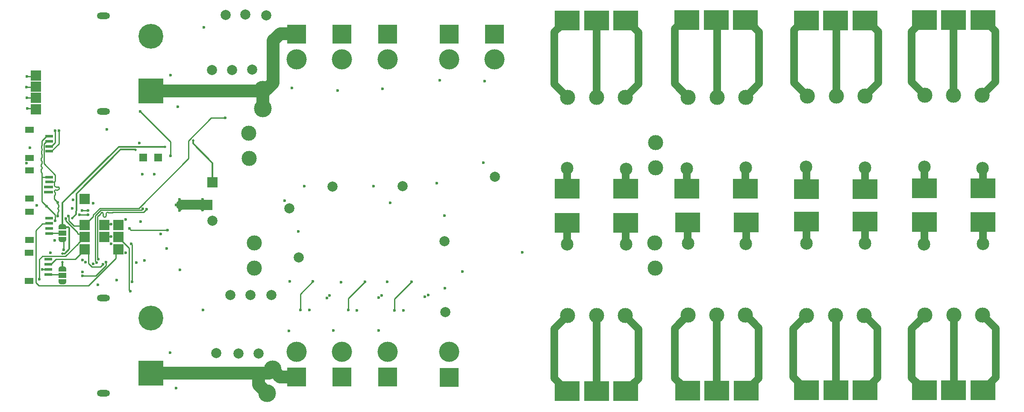
<source format=gbr>
%TF.GenerationSoftware,KiCad,Pcbnew,(6.0.10-0)*%
%TF.CreationDate,2023-02-23T20:38:24-08:00*%
%TF.ProjectId,1.0,312e302e-6b69-4636-9164-5f7063625858,rev?*%
%TF.SameCoordinates,Original*%
%TF.FileFunction,Copper,L4,Bot*%
%TF.FilePolarity,Positive*%
%FSLAX46Y46*%
G04 Gerber Fmt 4.6, Leading zero omitted, Abs format (unit mm)*
G04 Created by KiCad (PCBNEW (6.0.10-0)) date 2023-02-23 20:38:24*
%MOMM*%
%LPD*%
G01*
G04 APERTURE LIST*
G04 Aperture macros list*
%AMFreePoly0*
4,1,22,0.550000,-0.750000,0.000000,-0.750000,0.000000,-0.745033,-0.079941,-0.743568,-0.215256,-0.701293,-0.333266,-0.622738,-0.424486,-0.514219,-0.481581,-0.384460,-0.499164,-0.250000,-0.500000,-0.250000,-0.500000,0.250000,-0.499164,0.250000,-0.499963,0.256109,-0.478152,0.396186,-0.417904,0.524511,-0.324060,0.630769,-0.204165,0.706417,-0.067858,0.745374,0.000000,0.744959,0.000000,0.750000,
0.550000,0.750000,0.550000,-0.750000,0.550000,-0.750000,$1*%
%AMFreePoly1*
4,1,20,0.000000,0.744959,0.073905,0.744508,0.209726,0.703889,0.328688,0.626782,0.421226,0.519385,0.479903,0.390333,0.500000,0.250000,0.500000,-0.250000,0.499851,-0.262216,0.476331,-0.402017,0.414519,-0.529596,0.319384,-0.634700,0.198574,-0.708877,0.061801,-0.746166,0.000000,-0.745033,0.000000,-0.750000,-0.550000,-0.750000,-0.550000,0.750000,0.000000,0.750000,0.000000,0.744959,
0.000000,0.744959,$1*%
G04 Aperture macros list end*
%TA.AperFunction,ComponentPad*%
%ADD10R,3.800000X3.800000*%
%TD*%
%TA.AperFunction,ComponentPad*%
%ADD11C,4.000000*%
%TD*%
%TA.AperFunction,ComponentPad*%
%ADD12R,1.500000X1.500000*%
%TD*%
%TA.AperFunction,ComponentPad*%
%ADD13C,3.000000*%
%TD*%
%TA.AperFunction,ComponentPad*%
%ADD14O,2.600000X1.300000*%
%TD*%
%TA.AperFunction,ComponentPad*%
%ADD15R,4.916000X4.916000*%
%TD*%
%TA.AperFunction,ComponentPad*%
%ADD16C,4.916000*%
%TD*%
%TA.AperFunction,ComponentPad*%
%ADD17R,2.000000X2.000000*%
%TD*%
%TA.AperFunction,ComponentPad*%
%ADD18C,2.000000*%
%TD*%
%TA.AperFunction,SMDPad,CuDef*%
%ADD19R,2.000000X2.000000*%
%TD*%
%TA.AperFunction,SMDPad,CuDef*%
%ADD20R,1.800000X1.200000*%
%TD*%
%TA.AperFunction,SMDPad,CuDef*%
%ADD21R,1.550000X0.600000*%
%TD*%
%TA.AperFunction,SMDPad,CuDef*%
%ADD22R,5.000000X4.000000*%
%TD*%
%TA.AperFunction,SMDPad,CuDef*%
%ADD23FreePoly0,90.000000*%
%TD*%
%TA.AperFunction,SMDPad,CuDef*%
%ADD24R,1.500000X1.000000*%
%TD*%
%TA.AperFunction,SMDPad,CuDef*%
%ADD25FreePoly1,90.000000*%
%TD*%
%TA.AperFunction,SMDPad,CuDef*%
%ADD26C,2.000000*%
%TD*%
%TA.AperFunction,ViaPad*%
%ADD27C,0.600000*%
%TD*%
%TA.AperFunction,ViaPad*%
%ADD28C,3.500000*%
%TD*%
%TA.AperFunction,ViaPad*%
%ADD29C,2.500000*%
%TD*%
%TA.AperFunction,ViaPad*%
%ADD30C,2.000000*%
%TD*%
%TA.AperFunction,ViaPad*%
%ADD31C,0.500000*%
%TD*%
%TA.AperFunction,Conductor*%
%ADD32C,0.250000*%
%TD*%
%TA.AperFunction,Conductor*%
%ADD33C,1.500000*%
%TD*%
%TA.AperFunction,Conductor*%
%ADD34C,2.500000*%
%TD*%
%TA.AperFunction,Conductor*%
%ADD35C,0.350000*%
%TD*%
G04 APERTURE END LIST*
%TO.C,NT1*%
G36*
X186300000Y-141000000D02*
G01*
X182300000Y-141000000D01*
X182300000Y-139000000D01*
X186300000Y-139000000D01*
X186300000Y-141000000D01*
G37*
%TD*%
D10*
%TO.P,U22,1,-*%
%TO.N,GND*%
X223200000Y-106150000D03*
D11*
%TO.P,U22,2,+*%
%TO.N,5V_3*%
X223200000Y-111150000D03*
%TD*%
D12*
%TO.P,P2,1,1*%
%TO.N,/~{RESET_RAW}*%
X174800000Y-130600000D03*
%TD*%
D10*
%TO.P,U17,1,-*%
%TO.N,GND*%
X223200000Y-174150000D03*
D11*
%TO.P,U17,2,+*%
%TO.N,3-3V_1*%
X223200000Y-169150000D03*
%TD*%
D10*
%TO.P,U20,1,-*%
%TO.N,GND*%
X205200000Y-106150000D03*
D11*
%TO.P,U20,2,+*%
%TO.N,+5V*%
X205200000Y-111150000D03*
%TD*%
D13*
%TO.P,J10,1*%
%TO.N,Net-(J10-Pad1)*%
X317800000Y-118430000D03*
%TO.P,J10,2*%
%TO.N,Net-(J10-Pad2)*%
X312100000Y-118430000D03*
%TO.P,J10,3*%
%TO.N,Net-(J10-Pad3)*%
X306400000Y-118430000D03*
%TD*%
D12*
%TO.P,P1,1,1*%
%TO.N,Net-(P1-Pad1)*%
X177775000Y-130600000D03*
%TD*%
D10*
%TO.P,U23,1,-*%
%TO.N,GND*%
X235400000Y-174200000D03*
D11*
%TO.P,U23,2,+*%
%TO.N,+12V*%
X235400000Y-169200000D03*
%TD*%
D13*
%TO.P,C5,1*%
%TO.N,+BATT*%
X196840000Y-152530000D03*
%TO.P,C5,2*%
%TO.N,GND*%
X196790000Y-147530000D03*
%TD*%
D10*
%TO.P,U18,1,-*%
%TO.N,GND*%
X214200000Y-174150000D03*
D11*
%TO.P,U18,2,+*%
%TO.N,3-3V_2*%
X214200000Y-169150000D03*
%TD*%
D13*
%TO.P,J12,1*%
%TO.N,Net-(J12-Pad1)*%
X329690000Y-161895000D03*
%TO.P,J12,2*%
%TO.N,Net-(J12-Pad2)*%
X335390000Y-161895000D03*
%TO.P,J12,3*%
%TO.N,Net-(J12-Pad3)*%
X341090000Y-161895000D03*
%TD*%
%TO.P,C10,1*%
%TO.N,+BATT*%
X195750000Y-125840000D03*
%TO.P,C10,2*%
%TO.N,GND*%
X195800000Y-130840000D03*
%TD*%
D14*
%TO.P,U16,*%
%TO.N,*%
X166890000Y-102560000D03*
X166890000Y-121460000D03*
D15*
%TO.P,U16,1,-*%
%TO.N,GND*%
X176290000Y-117460000D03*
D16*
%TO.P,U16,2,+*%
%TO.N,BATT_2_PWR*%
X176290000Y-106560000D03*
%TD*%
D13*
%TO.P,J13,1*%
%TO.N,Net-(J13-Pad1)*%
X258890000Y-161995000D03*
%TO.P,J13,2*%
%TO.N,Net-(J13-Pad2)*%
X264590000Y-161995000D03*
%TO.P,J13,3*%
%TO.N,Net-(J13-Pad3)*%
X270290000Y-161995000D03*
%TD*%
%TO.P,C9,1*%
%TO.N,+BATT*%
X276300000Y-127700000D03*
%TO.P,C9,2*%
%TO.N,GND*%
X276350000Y-132700000D03*
%TD*%
%TO.P,J15,1*%
%TO.N,Net-(J15-Pad1)*%
X306230000Y-161950000D03*
%TO.P,J15,2*%
%TO.N,Net-(J15-Pad2)*%
X311930000Y-161950000D03*
%TO.P,J15,3*%
%TO.N,Net-(J15-Pad3)*%
X317630000Y-161950000D03*
%TD*%
%TO.P,C6,1*%
%TO.N,+BATT*%
X276175000Y-147600000D03*
%TO.P,C6,2*%
%TO.N,GND*%
X276225000Y-152600000D03*
%TD*%
D10*
%TO.P,U24,1,-*%
%TO.N,GND*%
X235400000Y-106150000D03*
D11*
%TO.P,U24,2,+*%
%TO.N,12V_2*%
X235400000Y-111150000D03*
%TD*%
D10*
%TO.P,U25,1,-*%
%TO.N,GND*%
X244400000Y-106150000D03*
D11*
%TO.P,U25,2,+*%
%TO.N,12V_3*%
X244400000Y-111150000D03*
%TD*%
D13*
%TO.P,J9,1*%
%TO.N,Net-(J9-Pad1)*%
X294185000Y-118655000D03*
%TO.P,J9,2*%
%TO.N,Net-(J9-Pad2)*%
X288485000Y-118655000D03*
%TO.P,J9,3*%
%TO.N,Net-(J9-Pad3)*%
X282785000Y-118655000D03*
%TD*%
%TO.P,J8,1*%
%TO.N,Net-(J8-Pad1)*%
X270310000Y-118705000D03*
%TO.P,J8,2*%
%TO.N,Net-(J8-Pad2)*%
X264610000Y-118705000D03*
%TO.P,J8,3*%
%TO.N,Net-(J8-Pad3)*%
X258910000Y-118705000D03*
%TD*%
D14*
%TO.P,U15,*%
%TO.N,*%
X166950000Y-158500000D03*
X166950000Y-177400000D03*
D15*
%TO.P,U15,1,-*%
%TO.N,GND*%
X176350000Y-173400000D03*
D16*
%TO.P,U15,2,+*%
%TO.N,BATT_1_PWR*%
X176350000Y-162500000D03*
%TD*%
D10*
%TO.P,U19,1,-*%
%TO.N,GND*%
X205200000Y-174150000D03*
D11*
%TO.P,U19,2,+*%
%TO.N,3-3V_3*%
X205200000Y-169150000D03*
%TD*%
D10*
%TO.P,U21,1,-*%
%TO.N,GND*%
X214200000Y-106150000D03*
D11*
%TO.P,U21,2,+*%
%TO.N,5V_2*%
X214200000Y-111150000D03*
%TD*%
D17*
%TO.P,SP1,1,+*%
%TO.N,Net-(Q8-Pad3)*%
X188550000Y-135550000D03*
D18*
%TO.P,SP1,2,-*%
%TO.N,GNDD*%
X188550000Y-143150000D03*
%TD*%
D13*
%TO.P,J14,1*%
%TO.N,Net-(J14-Pad1)*%
X282709169Y-161850000D03*
%TO.P,J14,2*%
%TO.N,Net-(J14-Pad2)*%
X288409169Y-161850000D03*
%TO.P,J14,3*%
%TO.N,Net-(J14-Pad3)*%
X294109169Y-161850000D03*
%TD*%
%TO.P,J11,1*%
%TO.N,Net-(J11-Pad1)*%
X341015831Y-118250000D03*
%TO.P,J11,2*%
%TO.N,Net-(J11-Pad2)*%
X335315831Y-118250000D03*
%TO.P,J11,3*%
%TO.N,Net-(J11-Pad3)*%
X329615831Y-118250000D03*
%TD*%
D19*
%TO.P,TP11,1*%
%TO.N,/batt_ctl/BATT_1_CTL*%
X163200000Y-146400000D03*
%TD*%
D20*
%TO.P,J4,*%
%TO.N,*%
X152162500Y-155100000D03*
X152162500Y-149500000D03*
D21*
%TO.P,J4,1*%
%TO.N,Net-(J4-Pad1)*%
X156037500Y-153800000D03*
%TO.P,J4,2*%
%TO.N,GNDD*%
X156037500Y-152800000D03*
%TO.P,J4,3*%
%TO.N,/A5_SENSE*%
X156037500Y-151800000D03*
%TO.P,J4,4*%
%TO.N,unconnected-(J4-Pad4)*%
X156037500Y-150800000D03*
%TD*%
D22*
%TO.P,U27,1,PWR*%
%TO.N,+BATT*%
X282510831Y-136805000D03*
%TO.P,U27,2,GND*%
%TO.N,GND*%
X294110831Y-136805000D03*
%TO.P,U27,3,P3*%
%TO.N,Net-(J9-Pad3)*%
X282510831Y-103405000D03*
%TO.P,U27,4,P2*%
%TO.N,Net-(J9-Pad2)*%
X288310831Y-103405000D03*
%TO.P,U27,5,P1*%
%TO.N,Net-(J9-Pad1)*%
X294110831Y-103405000D03*
%TD*%
%TO.P,U32,1,PWR*%
%TO.N,+BATT*%
X294219169Y-143505000D03*
%TO.P,U32,2,GND*%
%TO.N,GND*%
X282619169Y-143505000D03*
%TO.P,U32,3,P3*%
%TO.N,Net-(J14-Pad3)*%
X294219169Y-176905000D03*
%TO.P,U32,4,P2*%
%TO.N,Net-(J14-Pad2)*%
X288419169Y-176905000D03*
%TO.P,U32,5,P1*%
%TO.N,Net-(J14-Pad1)*%
X282619169Y-176905000D03*
%TD*%
%TO.P,U33,1,PWR*%
%TO.N,+BATT*%
X317819169Y-143355000D03*
%TO.P,U33,2,GND*%
%TO.N,GND*%
X306219169Y-143355000D03*
%TO.P,U33,3,P3*%
%TO.N,Net-(J15-Pad3)*%
X317819169Y-176755000D03*
%TO.P,U33,4,P2*%
%TO.N,Net-(J15-Pad2)*%
X312019169Y-176755000D03*
%TO.P,U33,5,P1*%
%TO.N,Net-(J15-Pad1)*%
X306219169Y-176755000D03*
%TD*%
%TO.P,U31,1,PWR*%
%TO.N,+BATT*%
X270420831Y-143555000D03*
%TO.P,U31,2,GND*%
%TO.N,GND*%
X258820831Y-143555000D03*
%TO.P,U31,3,P3*%
%TO.N,Net-(J13-Pad3)*%
X270420831Y-176955000D03*
%TO.P,U31,4,P2*%
%TO.N,Net-(J13-Pad2)*%
X264620831Y-176955000D03*
%TO.P,U31,5,P1*%
%TO.N,Net-(J13-Pad1)*%
X258820831Y-176955000D03*
%TD*%
D23*
%TO.P,JP2,1,1*%
%TO.N,+3V3*%
X158800000Y-155300000D03*
D24*
%TO.P,JP2,2,2*%
%TO.N,Net-(J4-Pad1)*%
X158800000Y-154000000D03*
D25*
%TO.P,JP2,3,3*%
%TO.N,+5V*%
X158800000Y-152700000D03*
%TD*%
D19*
%TO.P,TP13,1*%
%TO.N,GNDD*%
X163200000Y-138850000D03*
%TD*%
D26*
%TO.P,NT1,1*%
%TO.N,GNDD*%
X182300000Y-140000000D03*
%TO.P,NT1,2*%
%TO.N,GND*%
X186300000Y-140000000D03*
%TD*%
D22*
%TO.P,U29,1,PWR*%
%TO.N,+BATT*%
X329526662Y-136745000D03*
%TO.P,U29,2,GND*%
%TO.N,GND*%
X341126662Y-136745000D03*
%TO.P,U29,3,P3*%
%TO.N,Net-(J11-Pad3)*%
X329526662Y-103345000D03*
%TO.P,U29,4,P2*%
%TO.N,Net-(J11-Pad2)*%
X335326662Y-103345000D03*
%TO.P,U29,5,P1*%
%TO.N,Net-(J11-Pad1)*%
X341126662Y-103345000D03*
%TD*%
%TO.P,U26,1,PWR*%
%TO.N,+BATT*%
X258805831Y-136845000D03*
%TO.P,U26,2,GND*%
%TO.N,GND*%
X270405831Y-136845000D03*
%TO.P,U26,3,P3*%
%TO.N,Net-(J8-Pad3)*%
X258805831Y-103445000D03*
%TO.P,U26,4,P2*%
%TO.N,Net-(J8-Pad2)*%
X264605831Y-103445000D03*
%TO.P,U26,5,P1*%
%TO.N,Net-(J8-Pad1)*%
X270405831Y-103445000D03*
%TD*%
D19*
%TO.P,TP5,1*%
%TO.N,/MOSI*%
X153560000Y-116570000D03*
%TD*%
%TO.P,TP6,1*%
%TO.N,/SCK*%
X153560000Y-118770000D03*
%TD*%
%TO.P,TP4,1*%
%TO.N,/batt_ctl/BATT_1_CURR*%
X169875000Y-146400000D03*
%TD*%
D20*
%TO.P,J3,*%
%TO.N,*%
X152262500Y-147000000D03*
X152262500Y-141400000D03*
D21*
%TO.P,J3,1*%
%TO.N,Net-(J3-Pad1)*%
X156137500Y-145700000D03*
%TO.P,J3,2*%
%TO.N,GNDD*%
X156137500Y-144700000D03*
%TO.P,J3,3*%
%TO.N,/A0_SENSE*%
X156137500Y-143700000D03*
%TO.P,J3,4*%
%TO.N,unconnected-(J3-Pad4)*%
X156137500Y-142700000D03*
%TD*%
D22*
%TO.P,U30,1,PWR*%
%TO.N,+BATT*%
X341150000Y-143400000D03*
%TO.P,U30,2,GND*%
%TO.N,GND*%
X329550000Y-143400000D03*
%TO.P,U30,3,P3*%
%TO.N,Net-(J12-Pad3)*%
X341150000Y-176800000D03*
%TO.P,U30,4,P2*%
%TO.N,Net-(J12-Pad2)*%
X335350000Y-176800000D03*
%TO.P,U30,5,P1*%
%TO.N,Net-(J12-Pad1)*%
X329550000Y-176800000D03*
%TD*%
D19*
%TO.P,TP7,1*%
%TO.N,/A0_SENSE*%
X169875000Y-148800000D03*
%TD*%
%TO.P,TP9,1*%
%TO.N,/MISO*%
X153570000Y-121060000D03*
%TD*%
%TO.P,TP12,1*%
%TO.N,/batt_ctl/BATT_2_VSENSE*%
X167050000Y-144000000D03*
%TD*%
%TO.P,TP3,1*%
%TO.N,/batt_ctl/BATT_1_VSENSE*%
X167050000Y-146400000D03*
%TD*%
%TO.P,TP14,1*%
%TO.N,/batt_ctl/BATT_2_CTL*%
X163200000Y-144000000D03*
%TD*%
%TO.P,TP10,1*%
%TO.N,/SD_CS*%
X153560000Y-114370000D03*
%TD*%
D22*
%TO.P,U28,1,PWR*%
%TO.N,+BATT*%
X306188338Y-136885000D03*
%TO.P,U28,2,GND*%
%TO.N,GND*%
X317788338Y-136885000D03*
%TO.P,U28,3,P3*%
%TO.N,Net-(J10-Pad3)*%
X306188338Y-103485000D03*
%TO.P,U28,4,P2*%
%TO.N,Net-(J10-Pad2)*%
X311988338Y-103485000D03*
%TO.P,U28,5,P1*%
%TO.N,Net-(J10-Pad1)*%
X317788338Y-103485000D03*
%TD*%
D19*
%TO.P,TP15,1*%
%TO.N,/A5_SENSE*%
X163225000Y-148800000D03*
%TD*%
%TO.P,TP16,1*%
%TO.N,GND*%
X187500000Y-140000000D03*
%TD*%
D20*
%TO.P,J6,*%
%TO.N,*%
X152262500Y-138800000D03*
X152262500Y-133200000D03*
D21*
%TO.P,J6,1*%
%TO.N,GNDD*%
X156137500Y-137500000D03*
%TO.P,J6,2*%
%TO.N,+3V3*%
X156137500Y-136500000D03*
%TO.P,J6,3*%
%TO.N,/SDA*%
X156137500Y-135500000D03*
%TO.P,J6,4*%
%TO.N,/SCL*%
X156137500Y-134500000D03*
%TD*%
D23*
%TO.P,JP1,1,1*%
%TO.N,+3V3*%
X158800000Y-146925000D03*
D24*
%TO.P,JP1,2,2*%
%TO.N,Net-(J3-Pad1)*%
X158800000Y-145625000D03*
D25*
%TO.P,JP1,3,3*%
%TO.N,+5V*%
X158800000Y-144325000D03*
%TD*%
D19*
%TO.P,TP8,1*%
%TO.N,/batt_ctl/BATT_2_CURR*%
X169900000Y-144025000D03*
%TD*%
D20*
%TO.P,J5,*%
%TO.N,*%
X152262500Y-130700000D03*
X152262500Y-125100000D03*
D21*
%TO.P,J5,1*%
%TO.N,GNDD*%
X156137500Y-129400000D03*
%TO.P,J5,2*%
%TO.N,+3V3*%
X156137500Y-128400000D03*
%TO.P,J5,3*%
%TO.N,/SDA*%
X156137500Y-127400000D03*
%TO.P,J5,4*%
%TO.N,/SCL*%
X156137500Y-126400000D03*
%TD*%
D27*
%TO.N,3-3V_1*%
X227930000Y-155300000D03*
X224580000Y-160940000D03*
%TO.N,GND*%
X186600000Y-141075000D03*
X206725000Y-136300000D03*
D28*
X199350000Y-177400000D03*
D27*
X238030000Y-153270000D03*
X203640000Y-164975000D03*
X221410000Y-164940000D03*
D29*
X258790000Y-147810000D03*
D27*
X249910000Y-149470000D03*
X213300000Y-117375000D03*
X242475000Y-115450000D03*
X222250000Y-117000000D03*
X226360000Y-160930000D03*
X205550000Y-145300000D03*
X186800000Y-104825000D03*
X220400000Y-136350000D03*
X214010000Y-155320000D03*
D29*
X282710000Y-147680000D03*
D27*
X207710000Y-160880000D03*
X233550000Y-115350000D03*
X234550000Y-156560000D03*
D28*
X198535754Y-117154369D03*
D27*
X212475000Y-164935000D03*
X203830000Y-155200000D03*
X242150000Y-131640000D03*
D29*
X317780000Y-132690000D03*
X306240000Y-147640000D03*
D28*
X200460278Y-172671662D03*
D27*
X186625000Y-160825000D03*
D29*
X329520000Y-147790000D03*
D27*
X204300000Y-116825000D03*
X186475000Y-140025000D03*
D29*
X341110000Y-132780000D03*
D28*
X198535754Y-120939246D03*
D27*
X202850000Y-139175000D03*
D29*
X270450000Y-132950000D03*
D27*
X223180000Y-155290000D03*
X232960000Y-135710000D03*
X234470000Y-142110000D03*
X186600000Y-138900000D03*
X217170000Y-160910000D03*
D29*
X294160000Y-132680000D03*
D27*
X223700000Y-139650000D03*
X187325000Y-140025000D03*
%TO.N,GNDD*%
X156400000Y-149500000D03*
X169575000Y-154950000D03*
X180100000Y-169350000D03*
X175050000Y-151000000D03*
X160750000Y-140700000D03*
X178225000Y-145775000D03*
X182000000Y-141125000D03*
X156650000Y-144700000D03*
X154800000Y-152800000D03*
X182105000Y-152895000D03*
X152340000Y-128670000D03*
X171324502Y-149525000D03*
X163349228Y-151344103D03*
X163825000Y-139525000D03*
X174639961Y-133910039D03*
X167625000Y-125050000D03*
X180175000Y-114325000D03*
X155375000Y-137500000D03*
X181275000Y-140000000D03*
X157275000Y-147075500D03*
X174071360Y-127760890D03*
X174325000Y-143350000D03*
X158124025Y-125273249D03*
X182000000Y-138950000D03*
X182125000Y-140000000D03*
X171334324Y-142909180D03*
%TO.N,+3V3*%
X177025000Y-133975000D03*
X159125000Y-155400000D03*
X160900000Y-139050000D03*
X164874500Y-151700000D03*
X159050000Y-148925000D03*
X165850000Y-155875000D03*
X164850000Y-139700000D03*
X168437448Y-147697047D03*
X153700000Y-140150000D03*
X181275000Y-176325000D03*
X173400000Y-151500000D03*
X181650000Y-120600000D03*
X179450000Y-148675000D03*
X151653616Y-131768518D03*
X162775000Y-153325000D03*
X155375000Y-136500000D03*
X157374526Y-125275639D03*
%TO.N,+BATT*%
X211710000Y-157980000D03*
X231260000Y-157910000D03*
X211180000Y-158450000D03*
D30*
X191114642Y-102351165D03*
D29*
X282470000Y-132820000D03*
X329560000Y-132500000D03*
D30*
X196387851Y-113202347D03*
X195071964Y-102308799D03*
D27*
X222040000Y-157990000D03*
D30*
X189272441Y-169447441D03*
X192410358Y-113248835D03*
X234500000Y-147190000D03*
X226175000Y-136350000D03*
D29*
X341160000Y-147740000D03*
D30*
X212300000Y-136375000D03*
X244480000Y-134420000D03*
X196020842Y-157878882D03*
X193635121Y-169465039D03*
D29*
X270430000Y-147810000D03*
D30*
X234670000Y-161320000D03*
X203750000Y-140700000D03*
D29*
X306100000Y-132490000D03*
D30*
X188425000Y-113300000D03*
D29*
X294160000Y-147730000D03*
D27*
X230590000Y-158260000D03*
D30*
X199175000Y-102475000D03*
D29*
X317820000Y-147650000D03*
D30*
X205575000Y-150475000D03*
X197650000Y-169475000D03*
X200231635Y-157881635D03*
X192034478Y-157894772D03*
D29*
X258820000Y-132730000D03*
D27*
X221430000Y-158440000D03*
%TO.N,3-3V_2*%
X215400000Y-160900000D03*
X218710000Y-155300000D03*
%TO.N,3-3V_3*%
X205930000Y-160900000D03*
X208420000Y-155230000D03*
D31*
%TO.N,+5V*%
X158825000Y-149650500D03*
X158829085Y-151340639D03*
X179150000Y-128500000D03*
D27*
%TO.N,/processor/FLASH_MISO*%
X167425761Y-151366448D03*
X162800000Y-154089500D03*
%TO.N,/batt_ctl/BATT_2_CURR*%
X169750000Y-143350000D03*
X169175000Y-144550500D03*
%TO.N,/batt_ctl/BATT_1_VSENSE*%
X168425498Y-146275000D03*
%TO.N,/batt_ctl/BATT_1_CURR*%
X169525000Y-145700000D03*
X172225000Y-157150000D03*
%TO.N,/batt_ctl/BATT_2_VSENSE*%
X168450000Y-143875000D03*
%TO.N,/A0_SENSE*%
X169400000Y-149550000D03*
%TO.N,/MOSI*%
X163874500Y-141953680D03*
X151710000Y-116660000D03*
X162149500Y-141975000D03*
%TO.N,/SCK*%
X151780000Y-118780000D03*
%TO.N,/MISO*%
X163874500Y-141125000D03*
X151880500Y-120930000D03*
X162724000Y-141125000D03*
%TO.N,/SD_CS*%
X151770000Y-114540000D03*
D31*
%TO.N,/BUZZER*%
X160725000Y-142675000D03*
X173275000Y-129124500D03*
D27*
%TO.N,/batt_ctl/BATT_1_CTL*%
X159474500Y-142775000D03*
X154225000Y-154725000D03*
%TO.N,/batt_ctl/BATT_2_CTL*%
X191025000Y-122800000D03*
X160018146Y-142259052D03*
%TO.N,/SDA*%
X157850000Y-139500000D03*
X157900000Y-142250000D03*
%TO.N,/SCL*%
X155637708Y-140287292D03*
X157325500Y-143200000D03*
%TO.N,/~{RESET_RAW}*%
X162730483Y-150921127D03*
%TO.N,/SWCLK*%
X165588243Y-151471256D03*
X174718767Y-140818767D03*
%TO.N,/SWDIO*%
X165876883Y-150779562D03*
X175475000Y-140875000D03*
%TO.N,/A5_SENSE*%
X166800500Y-151779732D03*
D31*
%TO.N,Net-(Q8-Pad3)*%
X184675000Y-127225000D03*
D27*
%TO.N,BATT_1_PWR*%
X172600000Y-155300000D03*
X172425000Y-147775000D03*
%TO.N,BATT_2_PWR*%
X174169500Y-121505500D03*
X180200000Y-130275000D03*
X179650000Y-145025000D03*
X172050000Y-144700000D03*
%TD*%
D32*
%TO.N,3-3V_1*%
X224580000Y-160940000D02*
X224580000Y-158650000D01*
X224580000Y-158650000D02*
X227930000Y-155300000D01*
D33*
%TO.N,GND*%
X329550000Y-143400000D02*
X329550000Y-147760000D01*
X317788338Y-132698338D02*
X317780000Y-132690000D01*
D34*
X197650000Y-173400000D02*
X176350000Y-173400000D01*
D33*
X306219169Y-143355000D02*
X306219169Y-147619169D01*
D34*
X205275000Y-174125000D02*
X205325000Y-174075000D01*
D32*
X186600000Y-138900000D02*
X186300000Y-139200000D01*
X186300000Y-140025000D02*
X187325000Y-140025000D01*
X186300000Y-140025000D02*
X186475000Y-140025000D01*
D34*
X201913616Y-174125000D02*
X205275000Y-174125000D01*
D33*
X341126662Y-132796662D02*
X341110000Y-132780000D01*
D34*
X201950000Y-106075000D02*
X205175000Y-106075000D01*
X200460278Y-172671662D02*
X199731940Y-173400000D01*
D33*
X258820831Y-143555000D02*
X258820831Y-147779169D01*
X294110831Y-136805000D02*
X294110831Y-132729169D01*
X329550000Y-147760000D02*
X329520000Y-147790000D01*
D32*
X186300000Y-140775000D02*
X186600000Y-141075000D01*
D34*
X200460278Y-172671662D02*
X201913616Y-174125000D01*
X199195631Y-117154369D02*
X200550000Y-115800000D01*
X198230123Y-117460000D02*
X198535754Y-117154369D01*
D33*
X294110831Y-132729169D02*
X294160000Y-132680000D01*
X282619169Y-143505000D02*
X282619169Y-147589169D01*
D34*
X198535754Y-117154369D02*
X199195631Y-117154369D01*
D33*
X270405831Y-136845000D02*
X270405831Y-132994169D01*
X317788338Y-136885000D02*
X317788338Y-132698338D01*
D34*
X197650000Y-173400000D02*
X197650000Y-175700000D01*
D33*
X270405831Y-132994169D02*
X270450000Y-132950000D01*
D34*
X200550000Y-107475000D02*
X201950000Y-106075000D01*
X197650000Y-175700000D02*
X199350000Y-177400000D01*
X199731940Y-173400000D02*
X197650000Y-173400000D01*
D33*
X258820831Y-147779169D02*
X258790000Y-147810000D01*
D32*
X186300000Y-140025000D02*
X186300000Y-140775000D01*
D33*
X306219169Y-147619169D02*
X306240000Y-147640000D01*
X282619169Y-147589169D02*
X282710000Y-147680000D01*
D34*
X176290000Y-117460000D02*
X198230123Y-117460000D01*
D32*
X186300000Y-139200000D02*
X186300000Y-140025000D01*
D34*
X198535754Y-120939246D02*
X198535754Y-117154369D01*
D32*
X186300000Y-140025000D02*
X186425000Y-140025000D01*
D34*
X200550000Y-115800000D02*
X200550000Y-107475000D01*
D33*
X341126662Y-136745000D02*
X341126662Y-132796662D01*
D32*
%TO.N,GNDD*%
X182300000Y-140000000D02*
X182175000Y-140000000D01*
X155375000Y-137500000D02*
X156137500Y-137500000D01*
X182300000Y-140000000D02*
X181275000Y-140000000D01*
X156612500Y-129400000D02*
X156137500Y-129400000D01*
X182300000Y-140000000D02*
X182125000Y-140000000D01*
X158124025Y-127888475D02*
X156612500Y-129400000D01*
X182300000Y-140825000D02*
X182300000Y-140000000D01*
X182300000Y-139250000D02*
X182000000Y-138950000D01*
X154800000Y-152800000D02*
X156037500Y-152800000D01*
X182300000Y-140000000D02*
X182300000Y-139250000D01*
X158124025Y-125273249D02*
X158124025Y-127888475D01*
X182000000Y-141125000D02*
X182300000Y-140825000D01*
X156137500Y-144700000D02*
X156650000Y-144700000D01*
%TO.N,+3V3*%
X159050000Y-148925000D02*
X159050000Y-147225000D01*
X155375000Y-136500000D02*
X156137500Y-136500000D01*
X156612500Y-128400000D02*
X156137500Y-128400000D01*
X157374526Y-127637974D02*
X156612500Y-128400000D01*
X157374526Y-125275639D02*
X157374526Y-127637974D01*
D33*
%TO.N,+BATT*%
X306188338Y-132578338D02*
X306100000Y-132490000D01*
X258805831Y-136845000D02*
X258805831Y-132744169D01*
X329526662Y-136745000D02*
X329526662Y-132533338D01*
X270420831Y-147800831D02*
X270430000Y-147810000D01*
X294219169Y-147670831D02*
X294160000Y-147730000D01*
X282510831Y-132860831D02*
X282470000Y-132820000D01*
X341150000Y-143400000D02*
X341150000Y-147730000D01*
X341150000Y-147730000D02*
X341160000Y-147740000D01*
X329526662Y-132533338D02*
X329560000Y-132500000D01*
X317819169Y-147649169D02*
X317820000Y-147650000D01*
X282510831Y-136805000D02*
X282510831Y-132860831D01*
X270420831Y-143555000D02*
X270420831Y-147800831D01*
X317819169Y-143355000D02*
X317819169Y-147649169D01*
X294219169Y-143505000D02*
X294219169Y-147670831D01*
X258805831Y-132744169D02*
X258820000Y-132730000D01*
X306188338Y-136885000D02*
X306188338Y-132578338D01*
D32*
%TO.N,3-3V_2*%
X215400000Y-158610000D02*
X218710000Y-155300000D01*
X215400000Y-160900000D02*
X215400000Y-158610000D01*
%TO.N,3-3V_3*%
X205930000Y-160900000D02*
X205930000Y-157720000D01*
X205930000Y-157720000D02*
X208420000Y-155230000D01*
D35*
%TO.N,+5V*%
X160150000Y-148779595D02*
X160150000Y-144625000D01*
X158800000Y-151369724D02*
X158800000Y-152700000D01*
X158825000Y-149650500D02*
X159279095Y-149650500D01*
X179150000Y-128500000D02*
X169950000Y-128500000D01*
X159950000Y-144425000D02*
X158575000Y-144425000D01*
X159279095Y-149650500D02*
X160150000Y-148779595D01*
X160150000Y-144625000D02*
X159950000Y-144425000D01*
X158829085Y-151340639D02*
X158800000Y-151369724D01*
X158800000Y-139650000D02*
X158800000Y-144325000D01*
X169950000Y-128500000D02*
X158800000Y-139650000D01*
D32*
%TO.N,/processor/FLASH_MISO*%
X167425761Y-152049239D02*
X167425761Y-151366448D01*
X162800000Y-154089500D02*
X165385500Y-154089500D01*
X165385500Y-154089500D02*
X167425761Y-152049239D01*
%TO.N,/batt_ctl/BATT_2_CURR*%
X169900000Y-144025000D02*
X169900000Y-143500000D01*
X169900000Y-143500000D02*
X169750000Y-143350000D01*
%TO.N,/batt_ctl/BATT_1_VSENSE*%
X167425000Y-146275000D02*
X167400000Y-146300000D01*
X168425498Y-146275000D02*
X167425000Y-146275000D01*
%TO.N,/batt_ctl/BATT_1_CURR*%
X172225000Y-157150000D02*
X172025000Y-156950000D01*
X172025000Y-148550000D02*
X170325000Y-146850000D01*
X170325000Y-146850000D02*
X170225000Y-146850000D01*
X172025000Y-156950000D02*
X172025000Y-148550000D01*
%TO.N,/batt_ctl/BATT_2_VSENSE*%
X167375000Y-143875000D02*
X167350000Y-143900000D01*
X168450000Y-143875000D02*
X167375000Y-143875000D01*
%TO.N,/A0_SENSE*%
X169400000Y-150640685D02*
X163965685Y-156075000D01*
X153525000Y-155475000D02*
X153525000Y-145075000D01*
X153525000Y-145075000D02*
X154850000Y-143750000D01*
X163965685Y-156075000D02*
X154125000Y-156075000D01*
X154850000Y-143750000D02*
X156350000Y-143750000D01*
X169400000Y-149550000D02*
X169400000Y-150640685D01*
X154125000Y-156075000D02*
X153525000Y-155475000D01*
%TO.N,/MOSI*%
X151710000Y-116660000D02*
X153090000Y-116660000D01*
X163874500Y-141953680D02*
X162170820Y-141953680D01*
X162170820Y-141953680D02*
X162149500Y-141975000D01*
%TO.N,/SCK*%
X151780000Y-118780000D02*
X153250000Y-118780000D01*
%TO.N,/MISO*%
X153443000Y-120946000D02*
X153453000Y-120936000D01*
X151880500Y-120930000D02*
X153780000Y-120930000D01*
X162724000Y-141125000D02*
X163874500Y-141125000D01*
%TO.N,/SD_CS*%
X151770000Y-114540000D02*
X153210000Y-114540000D01*
D35*
%TO.N,/BUZZER*%
X161575000Y-137800000D02*
X161575000Y-141175000D01*
X161575000Y-141175000D02*
X161475000Y-141275000D01*
X173275000Y-129124500D02*
X173200500Y-129050000D01*
X161475000Y-141275000D02*
X161475000Y-141925000D01*
X170325000Y-129050000D02*
X161575000Y-137800000D01*
X173200500Y-129050000D02*
X170325000Y-129050000D01*
X161475000Y-141925000D02*
X160725000Y-142675000D01*
D32*
%TO.N,/batt_ctl/BATT_1_CTL*%
X159474500Y-143174500D02*
X161775000Y-145475000D01*
X154225000Y-154725000D02*
X154225000Y-150850000D01*
X161950000Y-147650000D02*
X163200000Y-146400000D01*
X154850000Y-150225000D02*
X159425000Y-150225000D01*
X161925000Y-145775000D02*
X162550000Y-145775000D01*
X159425000Y-150225000D02*
X161950000Y-147700000D01*
X154225000Y-150850000D02*
X154850000Y-150225000D01*
X159474500Y-142775000D02*
X159474500Y-143174500D01*
X161950000Y-147700000D02*
X161950000Y-147650000D01*
X161775000Y-145475000D02*
X161775000Y-145625000D01*
X161775000Y-145625000D02*
X161925000Y-145775000D01*
%TO.N,/batt_ctl/BATT_2_CTL*%
X164900000Y-142300000D02*
X163200000Y-144000000D01*
X166234314Y-140675000D02*
X164900000Y-142009314D01*
X164900000Y-142009314D02*
X164900000Y-142300000D01*
X183775000Y-127311827D02*
X183775000Y-130825000D01*
X173925000Y-140675000D02*
X166234314Y-140675000D01*
X160049500Y-143183814D02*
X161040686Y-144175000D01*
X160049500Y-142290406D02*
X160049500Y-143183814D01*
X191025000Y-122800000D02*
X188286827Y-122800000D01*
X188286827Y-122800000D02*
X183775000Y-127311827D01*
X183775000Y-130825000D02*
X173925000Y-140675000D01*
X161040686Y-144175000D02*
X163350000Y-144175000D01*
X160018146Y-142259052D02*
X160049500Y-142290406D01*
%TO.N,/SDA*%
X157375000Y-137575000D02*
X157375000Y-138000000D01*
X157225000Y-138875000D02*
X157850000Y-139500000D01*
X156250000Y-135450000D02*
X156225000Y-135475000D01*
X157350000Y-135300000D02*
X157350000Y-134087500D01*
X157200000Y-137350000D02*
X157200000Y-137400000D01*
X157200000Y-137400000D02*
X157375000Y-137575000D01*
X157500000Y-136450000D02*
X157900000Y-136450000D01*
X155117500Y-127945000D02*
X155662500Y-127400000D01*
X155662500Y-127400000D02*
X156137500Y-127400000D01*
X157875000Y-140775000D02*
X158025000Y-140925000D01*
X158025000Y-140050000D02*
X158025000Y-140450000D01*
X158025000Y-141325000D02*
X157900000Y-141450000D01*
X157200000Y-135450000D02*
X157350000Y-135300000D01*
X158025000Y-140925000D02*
X158025000Y-141325000D01*
X157850000Y-139500000D02*
X157850000Y-139875000D01*
X155117500Y-131855000D02*
X155117500Y-127945000D01*
X157850000Y-139500000D02*
X157900000Y-139550000D01*
X157900000Y-137050000D02*
X157500000Y-137050000D01*
X157875000Y-140600000D02*
X157875000Y-140775000D01*
X158025000Y-140450000D02*
X157875000Y-140600000D01*
X157225000Y-138150000D02*
X157225000Y-138875000D01*
X157350000Y-134087500D02*
X155117500Y-131855000D01*
X157375000Y-138000000D02*
X157225000Y-138150000D01*
X157200000Y-135450000D02*
X156250000Y-135450000D01*
X157850000Y-139875000D02*
X158025000Y-140050000D01*
X157200000Y-136150000D02*
X157200000Y-135450000D01*
X157900000Y-141450000D02*
X157900000Y-142250000D01*
X157900000Y-137050000D02*
G75*
G03*
X158200000Y-136750000I0J300000D01*
G01*
X157200000Y-137350000D02*
G75*
G02*
X157500000Y-137050000I300000J0D01*
G01*
X157500000Y-136450000D02*
G75*
G02*
X157200000Y-136150000I0J300000D01*
G01*
X158200000Y-136750000D02*
G75*
G03*
X157900000Y-136450000I-300000J0D01*
G01*
%TO.N,/SCL*%
X154600000Y-133540000D02*
X154600000Y-132960000D01*
X154725000Y-127325000D02*
X155600000Y-126450000D01*
X154717500Y-131857500D02*
X154717500Y-131317500D01*
X154725000Y-128215000D02*
X154725000Y-127325000D01*
X154600000Y-132400000D02*
X154600000Y-131975000D01*
X154717500Y-139367084D02*
X154717500Y-134567500D01*
X154600000Y-130750000D02*
X154717500Y-130632500D01*
X154607500Y-129897500D02*
X154607500Y-129317500D01*
X154717500Y-134567500D02*
X156057500Y-134567500D01*
X154717500Y-133657500D02*
X154600000Y-133540000D01*
X154600000Y-132960000D02*
X154717500Y-132842500D01*
X157325500Y-141975084D02*
X157325500Y-143200000D01*
X154717500Y-132517500D02*
X154600000Y-132400000D01*
X154717500Y-130007500D02*
X154607500Y-129897500D01*
X154600000Y-131200000D02*
X154600000Y-130750000D01*
X154600000Y-131975000D02*
X154717500Y-131857500D01*
X154725000Y-129200000D02*
X154725000Y-128875000D01*
X154607500Y-129317500D02*
X154725000Y-129200000D01*
X154607500Y-128757500D02*
X154607500Y-128332500D01*
X155637708Y-140287292D02*
X157325500Y-141975084D01*
X154717500Y-134567500D02*
X154717500Y-133657500D01*
X154717500Y-130632500D02*
X154717500Y-130007500D01*
X156057500Y-134567500D02*
X156100000Y-134525000D01*
X154717500Y-131317500D02*
X154600000Y-131200000D01*
X154725000Y-128875000D02*
X154607500Y-128757500D01*
X154717500Y-132842500D02*
X154717500Y-132517500D01*
X154607500Y-128332500D02*
X154725000Y-128215000D01*
X155637708Y-140287292D02*
X154717500Y-139367084D01*
X155650000Y-126400000D02*
X156137500Y-126400000D01*
%TO.N,/SWCLK*%
X166400000Y-141075000D02*
X165301883Y-142173117D01*
X174462534Y-141075000D02*
X166400000Y-141075000D01*
X174718767Y-140818767D02*
X174462534Y-141075000D01*
X165301883Y-142173117D02*
X165301883Y-151184896D01*
X165301883Y-151184896D02*
X165588243Y-151471256D01*
%TO.N,/SWDIO*%
X168675000Y-141575000D02*
X168775000Y-141475000D01*
X174875000Y-141475000D02*
X175475000Y-140875000D01*
X166350000Y-141690686D02*
X166565686Y-141475000D01*
X167800000Y-141475000D02*
X167900000Y-141575000D01*
X166025000Y-142175000D02*
X166350000Y-141850000D01*
X165701883Y-150604562D02*
X165701883Y-142338803D01*
X167765686Y-141475000D02*
X167800000Y-141475000D01*
X168775000Y-141475000D02*
X174875000Y-141475000D01*
X165701883Y-142338803D02*
X165865686Y-142175000D01*
X167465686Y-142175000D02*
X167465686Y-141775000D01*
X166865686Y-141775000D02*
X166865686Y-142175000D01*
X165876883Y-150779562D02*
X165701883Y-150604562D01*
X165865686Y-142175000D02*
X166025000Y-142175000D01*
X166350000Y-141850000D02*
X166350000Y-141690686D01*
X167900000Y-141575000D02*
X168675000Y-141575000D01*
X167765686Y-141474986D02*
G75*
G03*
X167465686Y-141775000I14J-300014D01*
G01*
X166865700Y-141775000D02*
G75*
G03*
X166565686Y-141475000I-300000J0D01*
G01*
X167165686Y-142475014D02*
G75*
G02*
X166865686Y-142175000I14J300014D01*
G01*
X167465700Y-142175000D02*
G75*
G02*
X167165686Y-142475000I-300000J0D01*
G01*
%TO.N,/A5_SENSE*%
X164600000Y-152275000D02*
X163950000Y-151625000D01*
X166305232Y-152275000D02*
X164600000Y-152275000D01*
X166800500Y-151779732D02*
X166305232Y-152275000D01*
X156037500Y-151800000D02*
X156512500Y-151800000D01*
X163950000Y-151625000D02*
X163950000Y-149475000D01*
X156512500Y-151800000D02*
X157546861Y-150765639D01*
X161309361Y-150765639D02*
X162850000Y-149225000D01*
X157546861Y-150765639D02*
X161309361Y-150765639D01*
%TO.N,Net-(J3-Pad1)*%
X158775000Y-145650000D02*
X156225000Y-145650000D01*
X158800000Y-145625000D02*
X158775000Y-145650000D01*
%TO.N,Net-(J4-Pad1)*%
X158750000Y-153800000D02*
X158875000Y-153925000D01*
X156037500Y-153800000D02*
X158750000Y-153800000D01*
D35*
%TO.N,Net-(Q8-Pad3)*%
X188550000Y-131700000D02*
X188550000Y-135550000D01*
X184675000Y-127825000D02*
X188550000Y-131700000D01*
X184675000Y-127225000D02*
X184675000Y-127825000D01*
D33*
%TO.N,Net-(J8-Pad1)*%
X270310000Y-118705000D02*
X272935001Y-116079999D01*
X272935001Y-105835001D02*
X270725000Y-103625000D01*
X272935001Y-116079999D02*
X272935001Y-105835001D01*
%TO.N,Net-(J8-Pad2)*%
X264610000Y-103935000D02*
X264600000Y-103925000D01*
X264610000Y-118705000D02*
X264610000Y-103935000D01*
%TO.N,Net-(J8-Pad3)*%
X258910000Y-118705000D02*
X256284999Y-116079999D01*
X256284999Y-105765001D02*
X258600000Y-103450000D01*
X256284999Y-116079999D02*
X256284999Y-105765001D01*
%TO.N,Net-(J9-Pad1)*%
X296810001Y-116029999D02*
X296810001Y-105710001D01*
X296810001Y-105710001D02*
X294675000Y-103575000D01*
X294185000Y-118655000D02*
X296810001Y-116029999D01*
%TO.N,Net-(J9-Pad2)*%
X288485000Y-103235000D02*
X288075000Y-102825000D01*
X288485000Y-118655000D02*
X288485000Y-103235000D01*
%TO.N,Net-(J9-Pad3)*%
X282510831Y-103405000D02*
X281795000Y-103405000D01*
X280159999Y-116029999D02*
X282785000Y-118655000D01*
X281795000Y-103405000D02*
X280159999Y-105040001D01*
X280159999Y-105040001D02*
X280159999Y-116029999D01*
%TO.N,Net-(J10-Pad1)*%
X317800000Y-118430000D02*
X320425001Y-115804999D01*
X320425001Y-105650001D02*
X318425000Y-103650000D01*
X320425001Y-115804999D02*
X320425001Y-105650001D01*
%TO.N,Net-(J10-Pad2)*%
X312100000Y-103650000D02*
X312150000Y-103600000D01*
X312100000Y-118430000D02*
X312100000Y-103650000D01*
%TO.N,Net-(J10-Pad3)*%
X306400000Y-118430000D02*
X303774999Y-115804999D01*
X303774999Y-115804999D02*
X303774999Y-105350001D01*
X303774999Y-105350001D02*
X305825000Y-103300000D01*
%TO.N,Net-(J11-Pad1)*%
X341015831Y-118250000D02*
X343640832Y-115624999D01*
X343640832Y-105565832D02*
X341450000Y-103375000D01*
X343640832Y-115624999D02*
X343640832Y-105565832D01*
%TO.N,Net-(J11-Pad2)*%
X335315831Y-103315831D02*
X335150000Y-103150000D01*
X335315831Y-118250000D02*
X335315831Y-103315831D01*
%TO.N,Net-(J11-Pad3)*%
X326990830Y-105634170D02*
X329250000Y-103375000D01*
X326990830Y-115624999D02*
X326990830Y-105634170D01*
X329615831Y-118250000D02*
X326990830Y-115624999D01*
%TO.N,Net-(J12-Pad1)*%
X327064999Y-174314999D02*
X327064999Y-164585001D01*
X327064999Y-164585001D02*
X329700000Y-161950000D01*
X329550000Y-176800000D02*
X327064999Y-174314999D01*
%TO.N,Net-(J12-Pad2)*%
X335390000Y-176710000D02*
X335225000Y-176875000D01*
X335390000Y-161895000D02*
X335390000Y-176710000D01*
%TO.N,Net-(J12-Pad3)*%
X341150000Y-176800000D02*
X343715001Y-174234999D01*
X343715001Y-164465001D02*
X341200000Y-161950000D01*
X343715001Y-174234999D02*
X343715001Y-164465001D01*
%TO.N,Net-(J13-Pad1)*%
X256264999Y-174399168D02*
X256264999Y-164585001D01*
X256264999Y-164585001D02*
X258700000Y-162150000D01*
X258820831Y-176955000D02*
X256264999Y-174399168D01*
%TO.N,Net-(J13-Pad2)*%
X264620831Y-161920831D02*
X264500000Y-161800000D01*
X264620831Y-176955000D02*
X264620831Y-161920831D01*
%TO.N,Net-(J13-Pad3)*%
X272915001Y-174460830D02*
X272915001Y-164665001D01*
X272915001Y-164665001D02*
X270250000Y-162000000D01*
X270420831Y-176955000D02*
X272915001Y-174460830D01*
%TO.N,Net-(J14-Pad1)*%
X280084168Y-174369999D02*
X280084168Y-164465832D01*
X282619169Y-176905000D02*
X280084168Y-174369999D01*
X280084168Y-164465832D02*
X282725000Y-161825000D01*
%TO.N,Net-(J14-Pad2)*%
X288409169Y-161850000D02*
X288409169Y-176040831D01*
X288409169Y-176040831D02*
X288100000Y-176350000D01*
%TO.N,Net-(J14-Pad3)*%
X294219169Y-176905000D02*
X296734170Y-174389999D01*
X296734170Y-164384170D02*
X294175000Y-161825000D01*
X296734170Y-174389999D02*
X296734170Y-164384170D01*
%TO.N,Net-(J15-Pad1)*%
X306219169Y-176755000D02*
X303604999Y-174140830D01*
X303604999Y-164545001D02*
X306300000Y-161850000D01*
X303604999Y-174140830D02*
X303604999Y-164545001D01*
%TO.N,Net-(J15-Pad2)*%
X312019169Y-162119169D02*
X311850000Y-161950000D01*
X312019169Y-176755000D02*
X312019169Y-162119169D01*
%TO.N,Net-(J15-Pad3)*%
X317819169Y-176755000D02*
X320255001Y-174319168D01*
X320255001Y-164530001D02*
X317625000Y-161900000D01*
X320255001Y-174319168D02*
X320255001Y-164530001D01*
D32*
%TO.N,BATT_1_PWR*%
X172600000Y-155300000D02*
X172600000Y-147950000D01*
X172600000Y-147950000D02*
X172425000Y-147775000D01*
%TO.N,BATT_2_PWR*%
X179650000Y-145025000D02*
X172375000Y-145025000D01*
X174169500Y-121505500D02*
X180200000Y-127536000D01*
X172375000Y-145025000D02*
X172050000Y-144700000D01*
X180200000Y-127536000D02*
X180200000Y-130275000D01*
%TD*%
M02*

</source>
